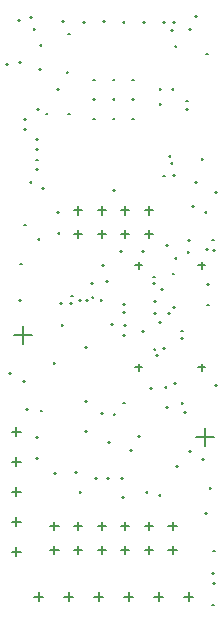
<source format=gbr>
%TF.GenerationSoftware,Altium Limited,Altium Designer,24.6.1 (21)*%
G04 Layer_Color=128*
%FSLAX45Y45*%
%MOMM*%
%TF.SameCoordinates,189501FC-2F9B-42A0-9727-E85274D5E768*%
%TF.FilePolarity,Positive*%
%TF.FileFunction,Drillmap*%
%TF.Part,Single*%
G01*
G75*
%TA.AperFunction,NonConductor*%
%ADD59C,0.12700*%
D59*
X63500Y1016000D02*
X139700D01*
X101600Y977900D02*
Y1054100D01*
X63500Y762000D02*
X139700D01*
X101600Y723900D02*
Y800100D01*
X63500Y508000D02*
X139700D01*
X101600Y469900D02*
Y546100D01*
X63500Y1270000D02*
X139700D01*
X101600Y1231900D02*
Y1308100D01*
X63500Y1524000D02*
X139700D01*
X101600Y1485900D02*
Y1562100D01*
X390000Y525000D02*
X460000D01*
X425000Y490000D02*
Y560000D01*
X590000Y525000D02*
X660000D01*
X625000Y490000D02*
Y560000D01*
X390000Y725000D02*
X460000D01*
X425000Y690000D02*
Y760000D01*
X590000Y725000D02*
X660000D01*
X625000Y690000D02*
Y760000D01*
X790001Y525000D02*
X860001D01*
X825001Y490000D02*
Y560000D01*
X990001Y525000D02*
X1060001D01*
X1025001Y490000D02*
Y560000D01*
X1190001Y525000D02*
X1260001D01*
X1225001Y490000D02*
Y560000D01*
X1390001Y525000D02*
X1460001D01*
X1425001Y490000D02*
Y560000D01*
X790001Y725000D02*
X860001D01*
X825001Y690000D02*
Y760000D01*
X990001Y725000D02*
X1060001D01*
X1025001Y690000D02*
Y760000D01*
X1190001Y725000D02*
X1260001D01*
X1225001Y690000D02*
Y760000D01*
X1390001Y725000D02*
X1460001D01*
X1425001Y690000D02*
Y760000D01*
X1642500Y2934500D02*
X1702500D01*
X1672500Y2904500D02*
Y2964500D01*
X1642500Y2070500D02*
X1702500D01*
X1672500Y2040500D02*
Y2100500D01*
X1106500Y2934500D02*
X1166500D01*
X1136500Y2904500D02*
Y2964500D01*
X1106500Y2070500D02*
X1166500D01*
X1136500Y2040500D02*
Y2100500D01*
X759900Y125000D02*
X836100D01*
X798000Y86900D02*
Y163100D01*
X1013900Y125000D02*
X1090100D01*
X1052000Y86900D02*
Y163100D01*
X1267900Y125000D02*
X1344100D01*
X1306000Y86900D02*
Y163100D01*
X1521900Y125000D02*
X1598100D01*
X1560000Y86900D02*
Y163100D01*
X505900Y125000D02*
X582100D01*
X544000Y86900D02*
Y163100D01*
X251900Y125000D02*
X328100D01*
X290000Y86900D02*
Y163100D01*
X590000Y3197500D02*
X660000D01*
X625000Y3162500D02*
Y3232500D01*
X790000Y3197500D02*
X860000D01*
X825000Y3162500D02*
Y3232500D01*
X990000Y3197500D02*
X1060000D01*
X1025000Y3162500D02*
Y3232500D01*
X1190000Y3197500D02*
X1260000D01*
X1225000Y3162500D02*
Y3232500D01*
X590000Y3397500D02*
X660000D01*
X625000Y3362500D02*
Y3432500D01*
X790000Y3397500D02*
X860000D01*
X825000Y3362500D02*
Y3432500D01*
X990000Y3397500D02*
X1060000D01*
X1025000Y3362500D02*
Y3432500D01*
X1190000Y3397500D02*
X1260000D01*
X1225000Y3362500D02*
Y3432500D01*
X1620900Y1482700D02*
X1773300D01*
X1697100Y1406500D02*
Y1558900D01*
X84200Y2341900D02*
X236600D01*
X160400Y2265700D02*
Y2418100D01*
X1551394Y3042126D02*
X1566394D01*
X1558894Y3034626D02*
Y3049626D01*
X815200Y2641400D02*
X830200D01*
X822700Y2633900D02*
Y2648900D01*
X485000Y2430000D02*
X500000D01*
X492500Y2422500D02*
Y2437500D01*
X1762500Y3150000D02*
X1777500D01*
X1770000Y3142500D02*
Y3157500D01*
X417500Y2105000D02*
X432500D01*
X425000Y2097500D02*
Y2112500D01*
X157500Y1955000D02*
X172500D01*
X165000Y1947500D02*
Y1962500D01*
X687500Y2242500D02*
X702500D01*
X695000Y2235000D02*
Y2250000D01*
X740000Y2660000D02*
X755000D01*
X747500Y2652500D02*
Y2667500D01*
X632500Y2635000D02*
X647500D01*
X640000Y2627500D02*
Y2642500D01*
X690000Y2635000D02*
X705000D01*
X697500Y2627500D02*
Y2642500D01*
X282780Y3156279D02*
X297779D01*
X290280Y3148780D02*
Y3163779D01*
X732100Y2784759D02*
X747100D01*
X739600Y2777259D02*
Y2792259D01*
X450000Y3382500D02*
X465000D01*
X457500Y3375000D02*
Y3390000D01*
X452300Y3205455D02*
X467300D01*
X459800Y3197955D02*
Y3212955D01*
X564700Y2676501D02*
X579700D01*
X572200Y2669001D02*
Y2684001D01*
X1007500Y1770000D02*
X1022500D01*
X1015000Y1762500D02*
Y1777500D01*
X1696559Y3385941D02*
X1711559D01*
X1704059Y3378441D02*
Y3393441D01*
X1442500Y4785000D02*
X1457500D01*
X1450000Y4777500D02*
Y4792500D01*
X1592500Y3432500D02*
X1607500D01*
X1600000Y3425000D02*
Y3440000D01*
X527500Y4565000D02*
X542500D01*
X535000Y4557500D02*
Y4572500D01*
X1315000Y4300000D02*
X1330000D01*
X1322500Y4292500D02*
Y4307500D01*
X1427500Y4995000D02*
X1442500D01*
X1435000Y4987500D02*
Y5002500D01*
X835000Y4997500D02*
X850000D01*
X842500Y4990000D02*
Y5005000D01*
X1565000Y4932500D02*
X1580000D01*
X1572500Y4925000D02*
Y4940000D01*
X1670000Y3830000D02*
X1685000D01*
X1677500Y3822500D02*
Y3837500D01*
X1430000Y3695000D02*
X1445000D01*
X1437500Y3687500D02*
Y3702500D01*
X1342500Y3692500D02*
X1357500D01*
X1350000Y3685000D02*
Y3700000D01*
X320000Y3587500D02*
X335000D01*
X327500Y3580000D02*
Y3595000D01*
X270000Y3745000D02*
X285000D01*
X277500Y3737500D02*
Y3752500D01*
X270000Y3827500D02*
X285000D01*
X277500Y3820000D02*
Y3835000D01*
X270000Y4000000D02*
X285000D01*
X277500Y3992500D02*
Y4007500D01*
X267500Y3915000D02*
X282500D01*
X275000Y3907500D02*
Y3922500D01*
X247500Y4935000D02*
X262500D01*
X255000Y4927500D02*
Y4942500D01*
X132500Y2947500D02*
X147500D01*
X140000Y2940000D02*
Y2955000D01*
X862500Y2797960D02*
X877500D01*
X870000Y2790460D02*
Y2805460D01*
X1345000Y2230000D02*
X1360000D01*
X1352500Y2222500D02*
Y2237500D01*
X1267541Y2627500D02*
X1282540D01*
X1275040Y2620000D02*
Y2635000D01*
X1267540Y2527500D02*
X1282540D01*
X1275040Y2520000D02*
Y2535000D01*
X1164637Y2375655D02*
X1179637D01*
X1172137Y2368155D02*
Y2383154D01*
X1265000Y2220000D02*
X1280000D01*
X1272500Y2212500D02*
Y2227500D01*
X1008100Y2540000D02*
X1023100D01*
X1015600Y2532500D02*
Y2547500D01*
X817500Y1685000D02*
X832500D01*
X825000Y1677500D02*
Y1692500D01*
X1425000Y2862500D02*
X1440000D01*
X1432500Y2855000D02*
Y2870000D01*
X115000Y5010000D02*
X130000D01*
X122500Y5002500D02*
Y5017500D01*
X537500Y4217500D02*
X552500D01*
X545000Y4210000D02*
Y4225000D01*
X307500Y1702500D02*
X322500D01*
X315000Y1695000D02*
Y1710000D01*
X1385000Y2525000D02*
X1400000D01*
X1392500Y2517500D02*
Y2532500D01*
X987500Y1132500D02*
X1002500D01*
X995000Y1125000D02*
Y1140000D01*
X867500Y1132500D02*
X882500D01*
X875000Y1125000D02*
Y1140000D01*
X767500Y1130000D02*
X782500D01*
X775000Y1122500D02*
Y1137500D01*
X882101Y1437099D02*
X897100D01*
X889600Y1429600D02*
Y1444599D01*
X1440000Y1935000D02*
X1455000D01*
X1447500Y1927500D02*
Y1942500D01*
X1737500Y1050000D02*
X1752500D01*
X1745000Y1042500D02*
Y1057500D01*
X1697500Y835000D02*
X1712500D01*
X1705000Y827500D02*
Y842500D01*
X1765000Y517500D02*
X1780000D01*
X1772500Y510000D02*
Y525000D01*
X1762500Y327500D02*
X1777500D01*
X1770000Y320000D02*
Y335000D01*
X1765000Y240000D02*
X1780000D01*
X1772500Y232500D02*
Y247500D01*
X1762500Y60000D02*
X1777500D01*
X1770000Y52500D02*
Y67500D01*
X997500Y970000D02*
X1012500D01*
X1005000Y962500D02*
Y977500D01*
X1372500Y1732500D02*
X1387500D01*
X1380000Y1725000D02*
Y1740000D01*
X1710000Y4725000D02*
X1725000D01*
X1717500Y4717500D02*
Y4732500D01*
X977500Y3055000D02*
X992500D01*
X985000Y3047500D02*
Y3062500D01*
X602900Y1185000D02*
X617900D01*
X610400Y1177500D02*
Y1192500D01*
X422500Y1172500D02*
X437500D01*
X430000Y1165000D02*
Y1180000D01*
X1675000Y1290000D02*
X1690000D01*
X1682500Y1282500D02*
Y1297500D01*
X1307500Y987500D02*
X1322500D01*
X1315000Y980000D02*
Y995000D01*
X1008100Y2603739D02*
X1023100D01*
X1015600Y2596239D02*
Y2611239D01*
X752499Y4504999D02*
X767499D01*
X759999Y4497500D02*
Y4512499D01*
X1457500Y1232500D02*
X1472500D01*
X1465000Y1225000D02*
Y1240000D01*
X830000Y2937500D02*
X845000D01*
X837500Y2930000D02*
Y2945000D01*
X1165000Y3055000D02*
X1180000D01*
X1172500Y3047500D02*
Y3062500D01*
X1372500Y3107500D02*
X1387500D01*
X1380000Y3100000D02*
Y3115000D01*
X1782500Y1920000D02*
X1797500D01*
X1790000Y1912500D02*
Y1927500D01*
X1431621Y2578379D02*
X1446621D01*
X1439121Y2570879D02*
Y2585878D01*
X1012500Y2430000D02*
X1027500D01*
X1020000Y2422500D02*
Y2437500D01*
X1442500Y2992500D02*
X1457500D01*
X1450000Y2985000D02*
Y3000000D01*
X1256900Y2785000D02*
X1271900D01*
X1264400Y2777500D02*
Y2792500D01*
X1256900Y2837389D02*
X1271900D01*
X1264400Y2829889D02*
Y2844888D01*
X1770000Y3065000D02*
X1785000D01*
X1777500Y3057500D02*
Y3072500D01*
X1707500Y3067500D02*
X1722500D01*
X1715000Y3060000D02*
Y3075000D01*
X1782502Y3549058D02*
X1797501D01*
X1790001Y3541558D02*
Y3556558D01*
X1005000Y2340000D02*
X1020000D01*
X1012500Y2332500D02*
Y2347500D01*
X905000Y2432500D02*
X920000D01*
X912500Y2425000D02*
Y2440000D01*
X1567500Y1360000D02*
X1582500D01*
X1575000Y1352500D02*
Y1367500D01*
X1500000Y2380000D02*
X1515000D01*
X1507500Y2372500D02*
Y2387500D01*
X1500000Y2317500D02*
X1515000D01*
X1507500Y2310000D02*
Y2325000D01*
X1717500Y2775000D02*
X1732500D01*
X1725000Y2767500D02*
Y2782500D01*
X1501126Y1764393D02*
X1516126D01*
X1508626Y1756894D02*
Y1771893D01*
X1522500Y1687500D02*
X1537500D01*
X1530000Y1680000D02*
Y1695000D01*
X1357500Y1900000D02*
X1372500D01*
X1365000Y1892500D02*
Y1907500D01*
X1131300Y1485000D02*
X1146300D01*
X1138800Y1477500D02*
Y1492500D01*
X1555000Y3145000D02*
X1570000D01*
X1562500Y3137500D02*
Y3152500D01*
X1283861Y2168861D02*
X1298861D01*
X1291361Y2161361D02*
Y2176361D01*
X1310000Y2455000D02*
X1325000D01*
X1317500Y2447500D02*
Y2462500D01*
X1329600Y2732500D02*
X1344600D01*
X1337100Y2725000D02*
Y2740000D01*
X555000Y2612500D02*
X570000D01*
X562500Y2605000D02*
Y2620000D01*
X475000Y2609636D02*
X490000D01*
X482500Y2602136D02*
Y2617135D01*
X215000Y3637500D02*
X230000D01*
X222500Y3630000D02*
Y3645000D01*
X165600Y3277500D02*
X180600D01*
X173100Y3270000D02*
Y3285000D01*
X122500Y2637500D02*
X137500D01*
X130000Y2630000D02*
Y2645000D01*
X182500Y1715000D02*
X197500D01*
X190000Y1707500D02*
Y1722500D01*
X270000Y1297500D02*
X285000D01*
X277500Y1290000D02*
Y1305000D01*
X270000Y1477500D02*
X285000D01*
X277500Y1470000D02*
Y1485000D01*
X685000Y1780000D02*
X700000D01*
X692500Y1772500D02*
Y1787500D01*
X925000Y1670000D02*
X940000D01*
X932500Y1662500D02*
Y1677500D01*
X40000Y2017500D02*
X55000D01*
X47500Y2010000D02*
Y2025000D01*
X1315000Y4422500D02*
X1330000D01*
X1322500Y4415000D02*
Y4430000D01*
X350000Y4217500D02*
X365000D01*
X357500Y4210000D02*
Y4225000D01*
X165600Y4170000D02*
X180600D01*
X173100Y4162500D02*
Y4177500D01*
X165600Y4085000D02*
X180600D01*
X173100Y4077500D02*
Y4092500D01*
X1232500Y1895000D02*
X1247500D01*
X1240000Y1887500D02*
Y1902500D01*
X687500Y1527499D02*
X702500D01*
X695000Y1519999D02*
Y1534998D01*
X1067500Y1365000D02*
X1082500D01*
X1075000Y1357500D02*
Y1372500D01*
X637498Y1014995D02*
X652498D01*
X644998Y1007495D02*
Y1022495D01*
X1197498Y1014996D02*
X1212498D01*
X1204998Y1007497D02*
Y1022496D01*
X15000Y4640000D02*
X30000D01*
X22500Y4632500D02*
Y4647500D01*
X127500Y4652500D02*
X142500D01*
X135000Y4645000D02*
Y4660000D01*
X918280Y3568280D02*
X933279D01*
X925779Y3560780D02*
Y3575779D01*
X1412500Y4922500D02*
X1427500D01*
X1420000Y4915000D02*
Y4930000D01*
X665000Y4995000D02*
X680000D01*
X672500Y4987500D02*
Y5002500D01*
X1002500Y4995000D02*
X1017500D01*
X1010000Y4987500D02*
Y5002500D01*
X1172500Y4992500D02*
X1187500D01*
X1180000Y4985000D02*
Y5000000D01*
X1342500Y4995000D02*
X1357500D01*
X1350000Y4987500D02*
Y5002500D01*
X492500Y4997500D02*
X507500D01*
X500000Y4990000D02*
Y5005000D01*
X1617500Y3639999D02*
X1632499D01*
X1625000Y3632499D02*
Y3647499D01*
X1617500Y5040000D02*
X1632500D01*
X1625000Y5032500D02*
Y5047500D01*
X217498Y5035001D02*
X232498D01*
X224998Y5027501D02*
Y5042500D01*
X300000Y4797500D02*
X315000D01*
X307500Y4790000D02*
Y4805000D01*
X1540000Y4252500D02*
X1555000D01*
X1547500Y4245000D02*
Y4260000D01*
X1537500Y4327500D02*
X1552500D01*
X1545000Y4320000D02*
Y4335000D01*
X1391900Y3859400D02*
X1406900D01*
X1399400Y3851900D02*
Y3866900D01*
X1408280Y3800780D02*
X1423279D01*
X1415779Y3793280D02*
Y3808279D01*
X1417500Y4422500D02*
X1432500D01*
X1425000Y4415000D02*
Y4430000D01*
X445000Y4422500D02*
X460000D01*
X452500Y4415000D02*
Y4430000D01*
X275000Y4255000D02*
X290000D01*
X282500Y4247500D02*
Y4262500D01*
X295000Y4597500D02*
X310000D01*
X302500Y4590000D02*
Y4605000D01*
X542500Y4895000D02*
X557500D01*
X550000Y4887500D02*
Y4902500D01*
X752499Y4174999D02*
X767499D01*
X759999Y4167499D02*
Y4182499D01*
X917499Y4174999D02*
X932499D01*
X924999Y4167499D02*
Y4182499D01*
X1082499Y4175000D02*
X1097499D01*
X1089999Y4167500D02*
Y4182499D01*
X1082499Y4339999D02*
X1097499D01*
X1089999Y4332500D02*
Y4347499D01*
X917499Y4339999D02*
X932499D01*
X924999Y4332500D02*
Y4347499D01*
X752500Y4339999D02*
X767500D01*
X760000Y4332500D02*
Y4347499D01*
X917499Y4505000D02*
X932499D01*
X924999Y4497500D02*
Y4512499D01*
X1082499Y4505000D02*
X1097499D01*
X1089999Y4497500D02*
Y4512499D01*
X1717500Y2600000D02*
X1732500D01*
X1725000Y2592500D02*
Y2607500D01*
%TF.MD5,3fdd3f9b2898690a6848e3c07db1981d*%
M02*

</source>
